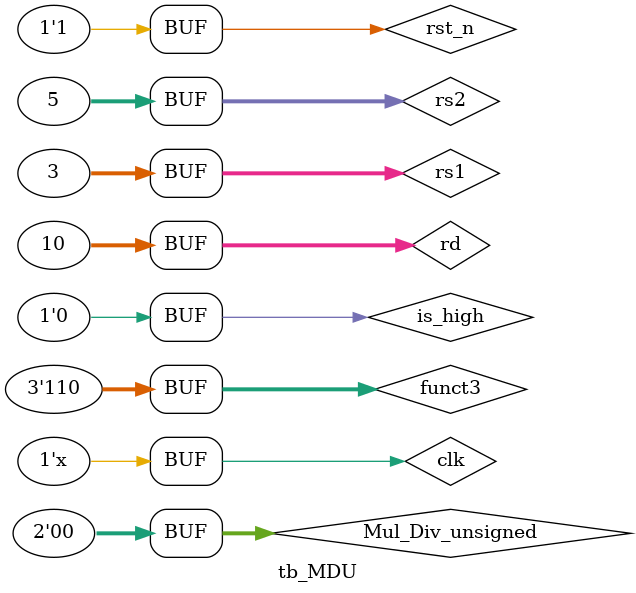
<source format=v>
`timescale 1ns/1ps
module tb_MDU;
    parameter WIDTH = 32;
    reg clk, rst_n, is_high;
    reg [1:0]   Mul_Div_unsigned;
    reg [2:0]   funct3;
    reg [10:0]  count_clock;
    reg [WIDTH - 1:0] rs1, rs2, rd;
    
    wire [WIDTH - 1:0] OutData;

    MDU mul_inst(
        .clk(clk),
        .rst_n(rst_n),
        .is_high(is_high),
        .Mul_Div_unsigned(Mul_Div_unsigned),
        .funct3(funct3),
        .rs1(rs1),
        .rs2(rs2),
        .rd(rd),
        .OutData(OutData)
    );

    always #5 clk = ~clk;
    always @(posedge clk or negedge rst_n) begin
        if (~rst_n) begin
            count_clock <= 11'd0;
        end 
        else begin
            count_clock <= count_clock + 1'b1;
        end 
    end 

    initial begin
        clk = 0;
        rst_n = 0;
        is_high = 0;
        Mul_Div_unsigned = 2'b00;
        funct3 = 3'b000;
        rs1 = 32'd0;
        rs2 = 32'd0;
        rd = 32'd0;

        #30;
        rst_n = 1;
        funct3 = 3'd6;
        rs1 = 32'd3;
        rs2 = 32'd5;
        rd = 32'd10;
        #100;
    end
endmodule
</source>
